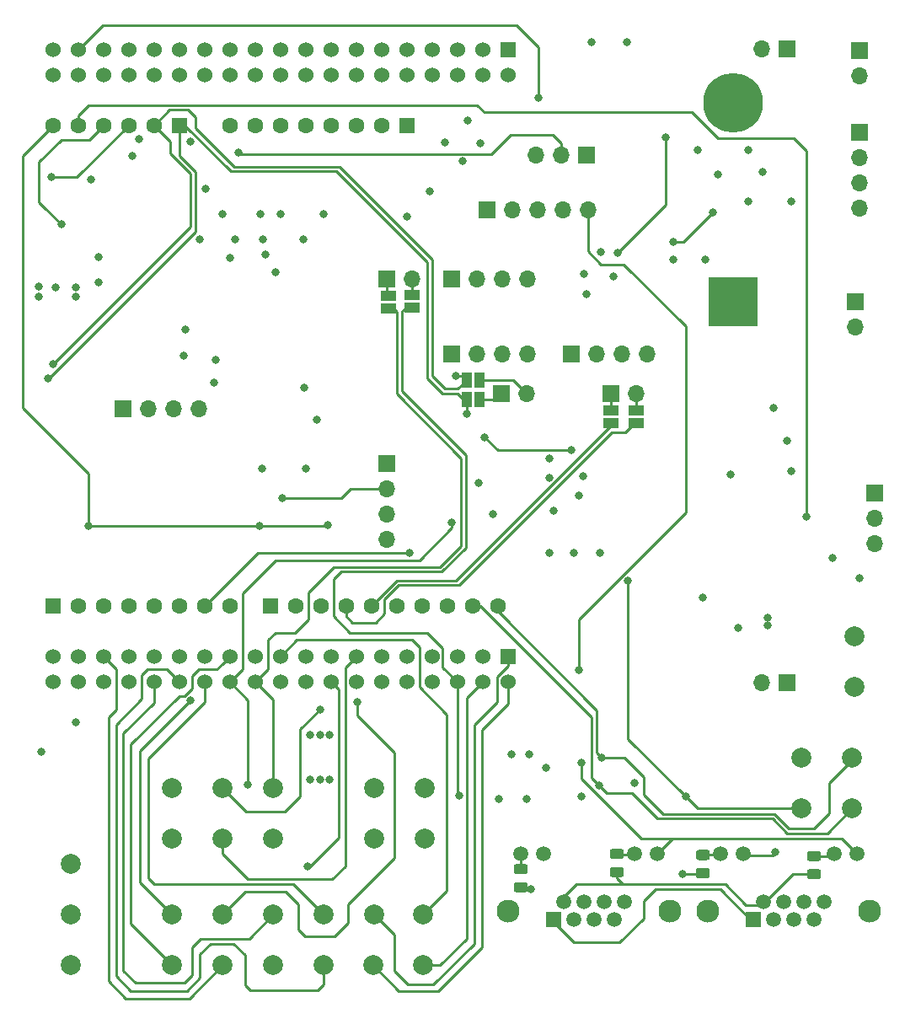
<source format=gbr>
%TF.GenerationSoftware,KiCad,Pcbnew,5.1.7-a382d34a8~88~ubuntu20.04.1*%
%TF.CreationDate,2021-04-08T15:18:28+02:00*%
%TF.ProjectId,Shield_Nucleo,53686965-6c64-45f4-9e75-636c656f2e6b,rev?*%
%TF.SameCoordinates,Original*%
%TF.FileFunction,Copper,L1,Top*%
%TF.FilePolarity,Positive*%
%FSLAX46Y46*%
G04 Gerber Fmt 4.6, Leading zero omitted, Abs format (unit mm)*
G04 Created by KiCad (PCBNEW 5.1.7-a382d34a8~88~ubuntu20.04.1) date 2021-04-08 15:18:28*
%MOMM*%
%LPD*%
G01*
G04 APERTURE LIST*
%TA.AperFunction,SMDPad,CuDef*%
%ADD10R,1.500000X1.000000*%
%TD*%
%TA.AperFunction,SMDPad,CuDef*%
%ADD11R,1.000000X1.500000*%
%TD*%
%TA.AperFunction,ComponentPad*%
%ADD12C,2.000000*%
%TD*%
%TA.AperFunction,ComponentPad*%
%ADD13C,1.500000*%
%TD*%
%TA.AperFunction,ComponentPad*%
%ADD14C,2.300000*%
%TD*%
%TA.AperFunction,ComponentPad*%
%ADD15R,1.500000X1.500000*%
%TD*%
%TA.AperFunction,ComponentPad*%
%ADD16O,1.700000X1.700000*%
%TD*%
%TA.AperFunction,ComponentPad*%
%ADD17R,1.700000X1.700000*%
%TD*%
%TA.AperFunction,ComponentPad*%
%ADD18R,1.605000X1.605000*%
%TD*%
%TA.AperFunction,ComponentPad*%
%ADD19C,1.605000*%
%TD*%
%TA.AperFunction,ComponentPad*%
%ADD20C,1.530000*%
%TD*%
%TA.AperFunction,ComponentPad*%
%ADD21R,1.530000X1.530000*%
%TD*%
%TA.AperFunction,ComponentPad*%
%ADD22C,6.000000*%
%TD*%
%TA.AperFunction,ComponentPad*%
%ADD23R,5.000000X5.000000*%
%TD*%
%TA.AperFunction,ViaPad*%
%ADD24C,0.800000*%
%TD*%
%TA.AperFunction,Conductor*%
%ADD25C,0.250000*%
%TD*%
G04 APERTURE END LIST*
D10*
%TO.P,JP8,1*%
%TO.N,/V_high_N*%
X77600000Y-55950000D03*
%TO.P,JP8,2*%
%TO.N,/V_high_raw_N*%
X77600000Y-54650000D03*
%TD*%
%TO.P,JP7,1*%
%TO.N,/V_high_P*%
X80000000Y-55900000D03*
%TO.P,JP7,2*%
%TO.N,/V_high_raw_P*%
X80000000Y-54600000D03*
%TD*%
%TO.P,JP6,1*%
%TO.N,/V2_low_N*%
X102500000Y-67450000D03*
%TO.P,JP6,2*%
%TO.N,/V2_low_raw_N*%
X102500000Y-66150000D03*
%TD*%
%TO.P,JP5,1*%
%TO.N,/V2_low_P*%
X100000000Y-67450000D03*
%TO.P,JP5,2*%
%TO.N,/V2_low_raw_P*%
X100000000Y-66150000D03*
%TD*%
D11*
%TO.P,JP4,1*%
%TO.N,/V1_low_N*%
X85500000Y-63100000D03*
%TO.P,JP4,2*%
%TO.N,/V1_low_raw_N*%
X86800000Y-63100000D03*
%TD*%
%TO.P,JP3,1*%
%TO.N,/V1_low_P*%
X85500000Y-65100000D03*
%TO.P,JP3,2*%
%TO.N,/V1_low_raw_P*%
X86800000Y-65100000D03*
%TD*%
D12*
%TO.P,TP33,1*%
%TO.N,/GND_CAN*%
X124460000Y-88900000D03*
%TD*%
%TO.P,TP32,1*%
%TO.N,/V_BUS_CAN*%
X124460000Y-93980000D03*
%TD*%
%TO.P,TP30,1*%
%TO.N,/Temp*%
X81280000Y-109220000D03*
%TD*%
%TO.P,TP29,1*%
%TO.N,/I_high*%
X76200000Y-109220000D03*
%TD*%
%TO.P,TP28,1*%
%TO.N,/I2_low*%
X81280000Y-104140000D03*
%TD*%
%TO.P,TP27,1*%
%TO.N,/I1_low*%
X76200000Y-104140000D03*
%TD*%
%TO.P,TP26,1*%
%TO.N,/V_high_N*%
X66040000Y-104140000D03*
%TD*%
%TO.P,TP25,1*%
%TO.N,/V_high_P*%
X66040000Y-109220000D03*
%TD*%
%TO.P,TP24,1*%
%TO.N,/V2_low_N*%
X60960000Y-104140000D03*
%TD*%
%TO.P,TP23,1*%
%TO.N,/V2_low_P*%
X60960000Y-109220000D03*
%TD*%
%TO.P,TP22,1*%
%TO.N,/V1_low_N*%
X55880000Y-104140000D03*
%TD*%
%TO.P,TP21,1*%
%TO.N,/V1_low_P*%
X55880000Y-109220000D03*
%TD*%
%TO.P,TP20,1*%
%TO.N,/HRTIM1_CHE2*%
X76200000Y-116840000D03*
%TD*%
%TO.P,TP19,1*%
%TO.N,/HRTIM1_CHE1*%
X76080000Y-121920000D03*
%TD*%
%TO.P,TP18,1*%
%TO.N,/HRTIM1_CHF2*%
X81080000Y-116840000D03*
%TD*%
%TO.P,TP17,1*%
%TO.N,/HRTIM1_CHF1*%
X81080000Y-121920000D03*
%TD*%
%TO.P,TP15,1*%
%TO.N,/CAN1_STB*%
X119126000Y-106172000D03*
%TD*%
%TO.P,TP14,1*%
%TO.N,/FDCAN1_RX*%
X124206000Y-101092000D03*
%TD*%
%TO.P,TP13,1*%
%TO.N,/FDCAN1_TX*%
X124206000Y-106172000D03*
%TD*%
%TO.P,TP12,1*%
%TO.N,GNDD*%
X45720000Y-121920000D03*
%TD*%
%TO.P,TP11,1*%
%TO.N,/HRTIM1_CHD2*%
X71120000Y-116840000D03*
%TD*%
%TO.P,TP10,1*%
%TO.N,/HRTIM1_CHD1*%
X71120000Y-121920000D03*
%TD*%
%TO.P,TP9,1*%
%TO.N,/HRTIM1_CHC2*%
X66040000Y-116840000D03*
%TD*%
%TO.P,TP8,1*%
%TO.N,/HRTIM1_CHC1*%
X66040000Y-121920000D03*
%TD*%
%TO.P,TP7,1*%
%TO.N,/HRTIM1_CHB2*%
X60960000Y-116840000D03*
%TD*%
%TO.P,TP6,1*%
%TO.N,/HRTIM1_CHB1*%
X60960000Y-121920000D03*
%TD*%
%TO.P,TP5,1*%
%TO.N,/HRTIM1_CHA2*%
X55880000Y-116840000D03*
%TD*%
%TO.P,TP4,1*%
%TO.N,/HRTIM1_CHA1*%
X55880000Y-121920000D03*
%TD*%
%TO.P,TP3,1*%
%TO.N,+BATT*%
X45720000Y-116840000D03*
%TD*%
%TO.P,TP2,1*%
%TO.N,+3V3*%
X45720000Y-111760000D03*
%TD*%
%TO.P,TP1,1*%
%TO.N,GNDD*%
X119126000Y-101092000D03*
%TD*%
%TO.P,R13,2*%
%TO.N,Net-(J3-Pad9)*%
%TA.AperFunction,SMDPad,CuDef*%
G36*
G01*
X109670001Y-111360000D02*
X108769999Y-111360000D01*
G75*
G02*
X108520000Y-111110001I0J249999D01*
G01*
X108520000Y-110584999D01*
G75*
G02*
X108769999Y-110335000I249999J0D01*
G01*
X109670001Y-110335000D01*
G75*
G02*
X109920000Y-110584999I0J-249999D01*
G01*
X109920000Y-111110001D01*
G75*
G02*
X109670001Y-111360000I-249999J0D01*
G01*
G37*
%TD.AperFunction*%
%TO.P,R13,1*%
%TO.N,/GND_CAN*%
%TA.AperFunction,SMDPad,CuDef*%
G36*
G01*
X109670001Y-113185000D02*
X108769999Y-113185000D01*
G75*
G02*
X108520000Y-112935001I0J249999D01*
G01*
X108520000Y-112409999D01*
G75*
G02*
X108769999Y-112160000I249999J0D01*
G01*
X109670001Y-112160000D01*
G75*
G02*
X109920000Y-112409999I0J-249999D01*
G01*
X109920000Y-112935001D01*
G75*
G02*
X109670001Y-113185000I-249999J0D01*
G01*
G37*
%TD.AperFunction*%
%TD*%
%TO.P,R12,2*%
%TO.N,Net-(J3-Pad11)*%
%TA.AperFunction,SMDPad,CuDef*%
G36*
G01*
X120846001Y-111463500D02*
X119945999Y-111463500D01*
G75*
G02*
X119696000Y-111213501I0J249999D01*
G01*
X119696000Y-110688499D01*
G75*
G02*
X119945999Y-110438500I249999J0D01*
G01*
X120846001Y-110438500D01*
G75*
G02*
X121096000Y-110688499I0J-249999D01*
G01*
X121096000Y-111213501D01*
G75*
G02*
X120846001Y-111463500I-249999J0D01*
G01*
G37*
%TD.AperFunction*%
%TO.P,R12,1*%
%TO.N,/CAN_L*%
%TA.AperFunction,SMDPad,CuDef*%
G36*
G01*
X120846001Y-113288500D02*
X119945999Y-113288500D01*
G75*
G02*
X119696000Y-113038501I0J249999D01*
G01*
X119696000Y-112513499D01*
G75*
G02*
X119945999Y-112263500I249999J0D01*
G01*
X120846001Y-112263500D01*
G75*
G02*
X121096000Y-112513499I0J-249999D01*
G01*
X121096000Y-113038501D01*
G75*
G02*
X120846001Y-113288500I-249999J0D01*
G01*
G37*
%TD.AperFunction*%
%TD*%
%TO.P,R11,2*%
%TO.N,Net-(J2-Pad9)*%
%TA.AperFunction,SMDPad,CuDef*%
G36*
G01*
X91382001Y-112780500D02*
X90481999Y-112780500D01*
G75*
G02*
X90232000Y-112530501I0J249999D01*
G01*
X90232000Y-112005499D01*
G75*
G02*
X90481999Y-111755500I249999J0D01*
G01*
X91382001Y-111755500D01*
G75*
G02*
X91632000Y-112005499I0J-249999D01*
G01*
X91632000Y-112530501D01*
G75*
G02*
X91382001Y-112780500I-249999J0D01*
G01*
G37*
%TD.AperFunction*%
%TO.P,R11,1*%
%TO.N,/GND_CAN*%
%TA.AperFunction,SMDPad,CuDef*%
G36*
G01*
X91382001Y-114605500D02*
X90481999Y-114605500D01*
G75*
G02*
X90232000Y-114355501I0J249999D01*
G01*
X90232000Y-113830499D01*
G75*
G02*
X90481999Y-113580500I249999J0D01*
G01*
X91382001Y-113580500D01*
G75*
G02*
X91632000Y-113830499I0J-249999D01*
G01*
X91632000Y-114355501D01*
G75*
G02*
X91382001Y-114605500I-249999J0D01*
G01*
G37*
%TD.AperFunction*%
%TD*%
%TO.P,R10,2*%
%TO.N,Net-(J2-Pad11)*%
%TA.AperFunction,SMDPad,CuDef*%
G36*
G01*
X101034001Y-111256500D02*
X100133999Y-111256500D01*
G75*
G02*
X99884000Y-111006501I0J249999D01*
G01*
X99884000Y-110481499D01*
G75*
G02*
X100133999Y-110231500I249999J0D01*
G01*
X101034001Y-110231500D01*
G75*
G02*
X101284000Y-110481499I0J-249999D01*
G01*
X101284000Y-111006501D01*
G75*
G02*
X101034001Y-111256500I-249999J0D01*
G01*
G37*
%TD.AperFunction*%
%TO.P,R10,1*%
%TO.N,/CAN_L*%
%TA.AperFunction,SMDPad,CuDef*%
G36*
G01*
X101034001Y-113081500D02*
X100133999Y-113081500D01*
G75*
G02*
X99884000Y-112831501I0J249999D01*
G01*
X99884000Y-112306499D01*
G75*
G02*
X100133999Y-112056500I249999J0D01*
G01*
X101034001Y-112056500D01*
G75*
G02*
X101284000Y-112306499I0J-249999D01*
G01*
X101284000Y-112831501D01*
G75*
G02*
X101034001Y-113081500I-249999J0D01*
G01*
G37*
%TD.AperFunction*%
%TD*%
D13*
%TO.P,J3,12*%
%TO.N,+3V3*%
X124720000Y-110744000D03*
%TO.P,J3,11*%
%TO.N,Net-(J3-Pad11)*%
X122430000Y-110744000D03*
%TO.P,J3,10*%
%TO.N,/PWR_CAN2*%
X113290000Y-110744000D03*
%TO.P,J3,9*%
%TO.N,Net-(J3-Pad9)*%
X111000000Y-110744000D03*
D14*
%TO.P,J3,SH*%
%TO.N,GNDD*%
X109730000Y-116454000D03*
X125990000Y-116454000D03*
D13*
%TO.P,J3,8*%
%TO.N,Net-(J3-Pad8)*%
X121412000Y-115564000D03*
%TO.P,J3,6*%
%TO.N,Net-(J3-Pad6)*%
X119380000Y-115564000D03*
%TO.P,J3,4*%
%TO.N,/PWR_CAN2*%
X117348000Y-115564000D03*
%TO.P,J3,2*%
%TO.N,/CAN_L*%
X115316000Y-115564000D03*
%TO.P,J3,7*%
%TO.N,/GND_CAN*%
X120396000Y-117344000D03*
%TO.P,J3,5*%
%TO.N,/PWR_CAN2*%
X118364000Y-117344000D03*
%TO.P,J3,3*%
%TO.N,/GND_CAN*%
X116332000Y-117344000D03*
D15*
%TO.P,J3,1*%
%TO.N,/CAN_H*%
X114300000Y-117344000D03*
%TD*%
D13*
%TO.P,J2,12*%
%TO.N,+3V3*%
X104650000Y-110748000D03*
%TO.P,J2,11*%
%TO.N,Net-(J2-Pad11)*%
X102360000Y-110748000D03*
%TO.P,J2,10*%
%TO.N,/PWR_CAN1*%
X93220000Y-110748000D03*
%TO.P,J2,9*%
%TO.N,Net-(J2-Pad9)*%
X90930000Y-110748000D03*
D14*
%TO.P,J2,SH*%
%TO.N,GNDD*%
X89660000Y-116458000D03*
X105920000Y-116458000D03*
D13*
%TO.P,J2,8*%
%TO.N,Net-(J2-Pad8)*%
X101342000Y-115568000D03*
%TO.P,J2,6*%
%TO.N,Net-(J2-Pad6)*%
X99310000Y-115568000D03*
%TO.P,J2,4*%
%TO.N,/PWR_CAN1*%
X97278000Y-115568000D03*
%TO.P,J2,2*%
%TO.N,/CAN_L*%
X95246000Y-115568000D03*
%TO.P,J2,7*%
%TO.N,/GND_CAN*%
X100326000Y-117348000D03*
%TO.P,J2,5*%
%TO.N,/PWR_CAN1*%
X98294000Y-117348000D03*
%TO.P,J2,3*%
%TO.N,/GND_CAN*%
X96262000Y-117348000D03*
D15*
%TO.P,J2,1*%
%TO.N,/CAN_H*%
X94230000Y-117348000D03*
%TD*%
D16*
%TO.P,U1,2*%
%TO.N,N/C*%
X115102000Y-93520000D03*
D17*
%TO.P,U1,1*%
X117642000Y-93520000D03*
X117642000Y-29893000D03*
D16*
%TO.P,U1,2*%
X115102000Y-29893000D03*
D18*
%TO.P,U1,CN7_10*%
X79460000Y-37580000D03*
D19*
%TO.P,U1,CN7_20*%
%TO.N,GNDD*%
X66760000Y-37580000D03*
%TO.P,U1,CN7_22*%
X64220000Y-37580000D03*
%TO.P,U1,CN7_24*%
%TO.N,Net-(U1-PadCN7_24)*%
X61680000Y-37580000D03*
D18*
%TO.P,U1,CN10_37*%
%TO.N,Net-(U1-PadCN10_37)*%
X43900000Y-85840000D03*
D19*
%TO.P,U1,CN10_35*%
%TO.N,Net-(U1-PadCN10_35)*%
X46440000Y-85840000D03*
%TO.P,U1,CN10_33*%
%TO.N,/HRTIM1_CHB1*%
X48980000Y-85840000D03*
%TO.P,U1,CN10_31*%
%TO.N,Net-(U1-PadCN10_31)*%
X51520000Y-85840000D03*
%TO.P,U1,CN10_29*%
%TO.N,/SPI3_MOSI*%
X54060000Y-85840000D03*
%TO.P,U1,CN10_27*%
%TO.N,/SPI3_MISO*%
X56600000Y-85840000D03*
%TO.P,U1,CN10_25*%
%TO.N,/CAN1_STB*%
X59140000Y-85840000D03*
%TO.P,U1,CN7_12*%
%TO.N,Net-(U1-PadCN7_12)*%
X76920000Y-37580000D03*
%TO.P,U1,CN7_14*%
%TO.N,Net-(U1-PadCN7_14)*%
X74380000Y-37580000D03*
%TO.P,U1,CN7_16*%
%TO.N,+3V3*%
X71840000Y-37580000D03*
%TO.P,U1,CN7_18*%
%TO.N,Net-(U1-PadCN7_18)*%
X69300000Y-37580000D03*
%TO.P,U1,CN10_23*%
%TO.N,/HRTIM1_CHA1*%
X61680000Y-85840000D03*
D18*
%TO.P,U1,CN7_28*%
%TO.N,/V1_low_P*%
X56600000Y-37580000D03*
D19*
%TO.P,U1,CN7_30*%
%TO.N,/V1_low_N*%
X54060000Y-37580000D03*
%TO.P,U1,CN7_32*%
%TO.N,/SPI3_CS*%
X51520000Y-37580000D03*
%TO.P,U1,CN7_34*%
%TO.N,/EEPROM_HOLD*%
X48980000Y-37580000D03*
%TO.P,U1,CN10_13*%
%TO.N,/V2_low_P*%
X75900000Y-85840000D03*
%TO.P,U1,CN10_11*%
%TO.N,Net-(U1-PadCN10_11)*%
X78440000Y-85840000D03*
%TO.P,U1,CN10_9*%
%TO.N,GNDD*%
X80980000Y-85840000D03*
%TO.P,U1,CN10_7*%
%TO.N,Net-(U1-PadCN10_7)*%
X83520000Y-85840000D03*
%TO.P,U1,CN10_5*%
%TO.N,/FDCAN1_TX*%
X86060000Y-85840000D03*
%TO.P,U1,CN10_3*%
%TO.N,/FDCAN1_RX*%
X88600000Y-85840000D03*
%TO.P,U1,CN7_36*%
%TO.N,/I2_low*%
X46440000Y-37580000D03*
%TO.P,U1,CN7_38*%
%TO.N,/I1_low*%
X43900000Y-37580000D03*
D18*
%TO.P,U1,CN10_21*%
%TO.N,/HRTIM1_CHA2*%
X65740000Y-85840000D03*
D19*
%TO.P,U1,CN10_19*%
%TO.N,/HRTIM1_CHF2*%
X68280000Y-85840000D03*
%TO.P,U1,CN10_17*%
%TO.N,/USART1_TX*%
X70820000Y-85840000D03*
%TO.P,U1,CN10_15*%
%TO.N,/V2_low_N*%
X73360000Y-85840000D03*
D20*
%TO.P,U1,CN10_38*%
%TO.N,N/C*%
X43900000Y-93460000D03*
%TO.P,U1,CN10_36*%
X46440000Y-93460000D03*
%TO.P,U1,CN10_35*%
%TO.N,Net-(U1-PadCN10_35)*%
X46440000Y-90920000D03*
%TO.P,U1,CN10_34*%
%TO.N,/SPI3_CS2*%
X48980000Y-93460000D03*
%TO.P,U1,CN10_33*%
%TO.N,/HRTIM1_CHB1*%
X48980000Y-90920000D03*
%TO.P,U1,CN10_32*%
%TO.N,GNDD*%
X51520000Y-93460000D03*
%TO.P,U1,CN10_31*%
%TO.N,Net-(U1-PadCN10_31)*%
X51520000Y-90920000D03*
%TO.P,U1,CN10_30*%
%TO.N,/HRTIM1_CHC2*%
X54060000Y-93460000D03*
%TO.P,U1,CN10_29*%
%TO.N,/SPI3_MOSI*%
X54060000Y-90920000D03*
%TO.P,U1,CN10_28*%
%TO.N,/HRTIM1_CHD1*%
X56600000Y-93460000D03*
%TO.P,U1,CN10_27*%
%TO.N,/SPI3_MISO*%
X56600000Y-90920000D03*
%TO.P,U1,CN10_26*%
%TO.N,/HRTIM1_CHD2*%
X59140000Y-93460000D03*
%TO.P,U1,CN10_25*%
%TO.N,/CAN1_STB*%
X59140000Y-90920000D03*
%TO.P,U1,CN10_24*%
%TO.N,/Temp*%
X61680000Y-93460000D03*
%TO.P,U1,CN10_23*%
%TO.N,/HRTIM1_CHA1*%
X61680000Y-90920000D03*
%TO.P,U1,CN10_22*%
%TO.N,/V_high_N*%
X64220000Y-93460000D03*
%TO.P,U1,CN10_21*%
%TO.N,/HRTIM1_CHA2*%
X64220000Y-90920000D03*
%TO.P,U1,CN10_20*%
%TO.N,GNDD*%
X66760000Y-93460000D03*
%TO.P,U1,CN10_19*%
%TO.N,/HRTIM1_CHF2*%
X66760000Y-90920000D03*
%TO.P,U1,CN10_18*%
%TO.N,/N_GND*%
X69300000Y-93460000D03*
%TO.P,U1,CN10_17*%
%TO.N,/USART1_TX*%
X69300000Y-90920000D03*
%TO.P,U1,CN10_16*%
%TO.N,/HRTIM1_CHC1*%
X71840000Y-93460000D03*
%TO.P,U1,CN10_15*%
%TO.N,/V2_low_N*%
X71840000Y-90920000D03*
%TO.P,U1,CN10_14*%
%TO.N,/HRTIM1_CHB2*%
X74380000Y-93460000D03*
%TO.P,U1,CN10_13*%
%TO.N,/V2_low_P*%
X74380000Y-90920000D03*
%TO.P,U1,CN10_12*%
%TO.N,/HRTIM1_FLT1*%
X76920000Y-93460000D03*
%TO.P,U1,CN10_11*%
%TO.N,Net-(U1-PadCN10_11)*%
X76920000Y-90920000D03*
%TO.P,U1,CN10_10*%
%TO.N,N/C*%
X79460000Y-93460000D03*
%TO.P,U1,CN10_9*%
%TO.N,GNDD*%
X79460000Y-90920000D03*
%TO.P,U1,CN10_8*%
%TO.N,Net-(U1-PadCN10_8)*%
X82000000Y-93460000D03*
%TO.P,U1,CN10_7*%
%TO.N,Net-(U1-PadCN10_7)*%
X82000000Y-90920000D03*
%TO.P,U1,CN10_6*%
%TO.N,/V_high_P*%
X84540000Y-93460000D03*
%TO.P,U1,CN10_5*%
%TO.N,/FDCAN1_TX*%
X84540000Y-90920000D03*
%TO.P,U1,CN10_4*%
%TO.N,/HRTIM1_CHF1*%
X87080000Y-93460000D03*
%TO.P,U1,CN10_3*%
%TO.N,/FDCAN1_RX*%
X87080000Y-90920000D03*
%TO.P,U1,CN10_2*%
%TO.N,/HRTIM1_CHE1*%
X89620000Y-93460000D03*
%TO.P,U1,CN10_37*%
%TO.N,Net-(U1-PadCN10_37)*%
X43900000Y-90920000D03*
D21*
%TO.P,U1,CN10_1*%
%TO.N,/HRTIM1_CHE2*%
X89620000Y-90920000D03*
D20*
%TO.P,U1,CN7_38*%
%TO.N,/I1_low*%
X43900000Y-32500000D03*
%TO.P,U1,CN7_36*%
%TO.N,/I2_low*%
X46440000Y-32500000D03*
%TO.P,U1,CN7_35*%
%TO.N,/I_high*%
X46440000Y-29960000D03*
%TO.P,U1,CN7_34*%
%TO.N,/EEPROM_HOLD*%
X48980000Y-32500000D03*
%TO.P,U1,CN7_33*%
%TO.N,+BATT*%
X48980000Y-29960000D03*
%TO.P,U1,CN7_32*%
%TO.N,/SPI3_CS*%
X51520000Y-32500000D03*
%TO.P,U1,CN7_31*%
%TO.N,Net-(U1-PadCN7_31)*%
X51520000Y-29960000D03*
%TO.P,U1,CN7_30*%
%TO.N,/V1_low_N*%
X54060000Y-32500000D03*
%TO.P,U1,CN7_29*%
%TO.N,Net-(U1-PadCN7_29)*%
X54060000Y-29960000D03*
%TO.P,U1,CN7_28*%
%TO.N,/V1_low_P*%
X56600000Y-32500000D03*
%TO.P,U1,CN7_27*%
%TO.N,Net-(U1-PadCN7_27)*%
X56600000Y-29960000D03*
%TO.P,U1,CN7_26*%
%TO.N,N/C*%
X59140000Y-32500000D03*
%TO.P,U1,CN7_25*%
%TO.N,Net-(U1-PadCN7_25)*%
X59140000Y-29960000D03*
%TO.P,U1,CN7_24*%
%TO.N,Net-(U1-PadCN7_24)*%
X61680000Y-32500000D03*
%TO.P,U1,CN7_23*%
%TO.N,Net-(U1-PadCN7_23)*%
X61680000Y-29960000D03*
%TO.P,U1,CN7_22*%
%TO.N,GNDD*%
X64220000Y-32500000D03*
%TO.P,U1,CN7_21*%
%TO.N,/USART1_RX*%
X64220000Y-29960000D03*
%TO.P,U1,CN7_20*%
%TO.N,GNDD*%
X66760000Y-32500000D03*
%TO.P,U1,CN7_19*%
X66760000Y-29960000D03*
%TO.P,U1,CN7_18*%
%TO.N,Net-(U1-PadCN7_18)*%
X69300000Y-32500000D03*
%TO.P,U1,CN7_17*%
%TO.N,/HRTIM1_FLT2*%
X69300000Y-29960000D03*
%TO.P,U1,CN7_16*%
%TO.N,+3V3*%
X71840000Y-32500000D03*
%TO.P,U1,CN7_15*%
%TO.N,Net-(U1-PadCN7_15)*%
X71840000Y-29960000D03*
%TO.P,U1,CN7_14*%
%TO.N,Net-(U1-PadCN7_14)*%
X74380000Y-32500000D03*
%TO.P,U1,CN7_13*%
%TO.N,Net-(U1-PadCN7_13)*%
X74380000Y-29960000D03*
%TO.P,U1,CN7_12*%
%TO.N,Net-(U1-PadCN7_12)*%
X76920000Y-32500000D03*
%TO.P,U1,CN7_11*%
%TO.N,N/C*%
X76920000Y-29960000D03*
%TO.P,U1,CN7_10*%
X79460000Y-32500000D03*
%TO.P,U1,CN7_9*%
X79460000Y-29960000D03*
%TO.P,U1,CN7_8*%
%TO.N,GNDD*%
X82000000Y-32500000D03*
%TO.P,U1,CN7_7*%
%TO.N,Net-(U1-PadCN7_7)*%
X82000000Y-29960000D03*
%TO.P,U1,CN7_6*%
%TO.N,/E5V*%
X84540000Y-32500000D03*
%TO.P,U1,CN7_5*%
%TO.N,Net-(U1-PadCN7_5)*%
X84540000Y-29960000D03*
%TO.P,U1,CN7_4*%
%TO.N,Net-(U1-PadCN7_4)*%
X87080000Y-32500000D03*
%TO.P,U1,CN7_3*%
%TO.N,/HRTIM_EEV2*%
X87080000Y-29960000D03*
%TO.P,U1,CN7_2*%
%TO.N,/HRTIM_EEV1*%
X89620000Y-32500000D03*
%TO.P,U1,CN7_37*%
%TO.N,/EEPROM_WP*%
X43900000Y-29960000D03*
D21*
%TO.P,U1,CN7_1*%
%TO.N,/SPI3_SCK*%
X89620000Y-29960000D03*
%TD*%
D16*
%TO.P,J5,4*%
%TO.N,/SPI3_CS2*%
X125000000Y-45870000D03*
%TO.P,J5,3*%
%TO.N,/SPI3_SCK*%
X125000000Y-43330000D03*
%TO.P,J5,2*%
%TO.N,/SPI3_MOSI*%
X125000000Y-40790000D03*
D17*
%TO.P,J5,1*%
%TO.N,/SPI3_MISO*%
X125000000Y-38250000D03*
%TD*%
D16*
%TO.P,J4,2*%
%TO.N,/USART1_RX*%
X125000000Y-32540000D03*
D17*
%TO.P,J4,1*%
%TO.N,/USART1_TX*%
X125000000Y-30000000D03*
%TD*%
D16*
%TO.P,JP2,2*%
%TO.N,+BATT*%
X124500000Y-57790000D03*
D17*
%TO.P,JP2,1*%
%TO.N,Net-(BT1-Pad1)*%
X124500000Y-55250000D03*
%TD*%
D22*
%TO.P,BT1,2*%
%TO.N,GNDD*%
X112250000Y-35250000D03*
D23*
%TO.P,BT1,1*%
%TO.N,Net-(BT1-Pad1)*%
X112250000Y-55250000D03*
%TD*%
D17*
%TO.P,J1,0*%
%TO.N,N/C*%
X126500000Y-74500000D03*
D16*
%TO.P,J1,16*%
%TO.N,GNDD*%
X77500000Y-79120000D03*
D17*
%TO.P,J1,0*%
%TO.N,N/C*%
X77500000Y-71500000D03*
D16*
%TO.P,J1,11*%
%TO.N,/I_high_raw*%
X94960000Y-40500000D03*
%TO.P,J1,16*%
%TO.N,GNDD*%
X126500000Y-79580000D03*
%TO.P,J1,10*%
%TO.N,/I2_low_raw*%
X126500000Y-77040000D03*
%TO.P,J1,12*%
%TO.N,Net-(J1-Pad12)*%
X77500000Y-76580000D03*
%TO.P,J1,9*%
%TO.N,/I1_low_raw*%
X77500000Y-74040000D03*
%TO.P,J1,16*%
%TO.N,GNDD*%
X92420000Y-40500000D03*
D17*
%TO.P,J1,0*%
%TO.N,N/C*%
X97500000Y-40500000D03*
D16*
%TO.P,J1,23*%
%TO.N,/HRTIM1_CHB2*%
X92580000Y-46000000D03*
D17*
%TO.P,J1,14*%
%TO.N,GNDD*%
X51000000Y-66000000D03*
D16*
%TO.P,J1,15*%
%TO.N,/E5V*%
X58620000Y-66000000D03*
%TO.P,J1,20*%
%TO.N,/HRTIM1_CHA1*%
X56080000Y-66000000D03*
%TO.P,J1,21*%
%TO.N,/HRTIM1_CHA2*%
X53540000Y-66000000D03*
%TO.P,J1,22*%
%TO.N,/HRTIM1_CHB1*%
X95120000Y-46000000D03*
D17*
%TO.P,J1,15*%
%TO.N,/E5V*%
X87500000Y-46000000D03*
D16*
%TO.P,J1,30*%
%TO.N,/N_GND*%
X97660000Y-46000000D03*
%TO.P,J1,14*%
%TO.N,GNDD*%
X90040000Y-46000000D03*
%TO.P,J1,4*%
%TO.N,/V1_low_raw_N*%
X91540000Y-64500000D03*
D17*
%TO.P,J1,3*%
%TO.N,/V1_low_raw_P*%
X89000000Y-64500000D03*
D16*
%TO.P,J1,6*%
%TO.N,/V2_low_raw_N*%
X102540000Y-64500000D03*
D17*
%TO.P,J1,5*%
%TO.N,/V2_low_raw_P*%
X100000000Y-64500000D03*
%TO.P,J1,8*%
%TO.N,/V_high_raw_N*%
X77500000Y-53000000D03*
D16*
%TO.P,J1,7*%
%TO.N,/V_high_raw_P*%
X80040000Y-53000000D03*
%TO.P,J1,0*%
%TO.N,N/C*%
X86540000Y-60500000D03*
D17*
X84000000Y-60500000D03*
D16*
X89080000Y-60500000D03*
X91620000Y-60500000D03*
X89080000Y-53000000D03*
%TO.P,J1,14*%
%TO.N,GNDD*%
X86540000Y-53000000D03*
%TO.P,J1,0*%
%TO.N,N/C*%
X91620000Y-53000000D03*
D17*
%TO.P,J1,14*%
%TO.N,GNDD*%
X84000000Y-53000000D03*
D16*
%TO.P,J1,15*%
%TO.N,/E5V*%
X101080000Y-60500000D03*
X103620000Y-60500000D03*
D17*
%TO.P,J1,14*%
%TO.N,GNDD*%
X96000000Y-60500000D03*
D16*
X98540000Y-60500000D03*
%TD*%
D24*
%TO.N,GNDD*%
X57700000Y-39200000D03*
X93800000Y-71000000D03*
X93800000Y-73000000D03*
X58674000Y-49022000D03*
X46264990Y-53848000D03*
X115750000Y-87750000D03*
X97000000Y-105000000D03*
X65024000Y-49022000D03*
X79502000Y-46736000D03*
X81788000Y-44196000D03*
X69750000Y-98750000D03*
X70750000Y-98750000D03*
X71750000Y-98750000D03*
X69750000Y-103250000D03*
X70750000Y-103250000D03*
X71750000Y-103250000D03*
X113792000Y-45212000D03*
X118110000Y-45212000D03*
X106250000Y-51000000D03*
X109500000Y-51000000D03*
X109250000Y-85000000D03*
X112750000Y-88000000D03*
X48514000Y-53340000D03*
X48514000Y-50800000D03*
X46250000Y-54750000D03*
X42500000Y-54750000D03*
X42500000Y-53750000D03*
X115750000Y-87000000D03*
X47750000Y-43000000D03*
X113750000Y-40000000D03*
X108750000Y-40000000D03*
X110750000Y-42500000D03*
X115250000Y-42250000D03*
X83312000Y-39250000D03*
X85598000Y-37084000D03*
X86868000Y-39370000D03*
X85090000Y-41148000D03*
X69088000Y-49022000D03*
X66802000Y-46482000D03*
X91750000Y-100750000D03*
X90000000Y-100750000D03*
X88750000Y-105250000D03*
X91500000Y-105250000D03*
X46250000Y-97500000D03*
X42750000Y-100500000D03*
X122250000Y-81000000D03*
X125000000Y-83000000D03*
X97250000Y-52500000D03*
X99000000Y-50250000D03*
X97500000Y-54500000D03*
X100250000Y-52750000D03*
X71120000Y-46482000D03*
X102359000Y-103635000D03*
X64770000Y-46482000D03*
X60960000Y-46482000D03*
X62230000Y-49022000D03*
X98044000Y-29210000D03*
X101600000Y-29210000D03*
X59300000Y-43900000D03*
X52600000Y-38900000D03*
X97200000Y-72800000D03*
X86700000Y-73500000D03*
X117700000Y-69200000D03*
X118100000Y-72300000D03*
X112000000Y-72600000D03*
X69300000Y-72000000D03*
X64900000Y-72000000D03*
X70400000Y-67150000D03*
X61700000Y-50900000D03*
X66300000Y-52300000D03*
X57200000Y-58100000D03*
X60300000Y-61100000D03*
X60100000Y-63400000D03*
X57100000Y-60700000D03*
X98900000Y-80500000D03*
X96300000Y-80500006D03*
X93800000Y-80500000D03*
%TO.N,/HRTIM1_CHB2*%
X74500004Y-95524990D03*
%TO.N,/E5V*%
X65300000Y-50500000D03*
X69200000Y-63900000D03*
X96800000Y-74700000D03*
X88100000Y-76600000D03*
X116300000Y-65900000D03*
X51901669Y-40610889D03*
X94200000Y-76300000D03*
%TO.N,/HRTIM1_CHA2*%
X57711046Y-95314273D03*
%TO.N,/N_GND*%
X96750000Y-92250000D03*
%TO.N,/V1_low_N*%
X43974350Y-61500330D03*
X84400000Y-62700000D03*
%TO.N,/V1_low_P*%
X43433986Y-62992000D03*
X85500000Y-66500000D03*
%TO.N,/V2_low_N*%
X70750000Y-96225010D03*
%TO.N,/V_high_P*%
X84774990Y-104850010D03*
%TO.N,/CAN1_STB*%
X79756000Y-80518016D03*
X107500000Y-105000000D03*
X101700000Y-83300000D03*
%TO.N,/FDCAN1_RX*%
X99060000Y-101092000D03*
%TO.N,/USART1_TX*%
X105500000Y-38750000D03*
X100669423Y-50394104D03*
%TO.N,/Temp*%
X84016000Y-77412000D03*
X63500000Y-103750000D03*
%TO.N,/HRTIM1_CHC1*%
X69500000Y-112000000D03*
%TO.N,/FDCAN1_TX*%
X98806000Y-103886000D03*
%TO.N,/EEPROM_HOLD*%
X44750000Y-47500000D03*
%TO.N,/I1_low*%
X71545010Y-77724000D03*
X47500000Y-77750000D03*
X64650000Y-77750000D03*
%TO.N,/I2_low*%
X119610420Y-76873000D03*
%TO.N,/I_high*%
X92710000Y-34798000D03*
%TO.N,+3V3*%
X44196000Y-53848000D03*
X93472000Y-102108022D03*
X97000000Y-101600000D03*
%TO.N,/GND_CAN*%
X91948000Y-114300000D03*
X107188000Y-112776000D03*
%TO.N,/PWR_CAN2*%
X116500000Y-110576000D03*
%TO.N,/SPI3_CS*%
X43750000Y-42750000D03*
%TO.N,/SPI3_CS2*%
X110250000Y-46250000D03*
X106250020Y-49250000D03*
%TO.N,/I_high_raw*%
X62600000Y-40300000D03*
%TO.N,/I1_low_raw*%
X67000010Y-75000000D03*
%TO.N,/Vref*%
X96000000Y-70200000D03*
X87300000Y-68900000D03*
%TD*%
D25*
%TO.N,/HRTIM1_CHB2*%
X60960000Y-116840000D02*
X63246000Y-114554000D01*
X78250000Y-111113590D02*
X78250000Y-100573002D01*
X63246000Y-114554000D02*
X67310000Y-114554000D01*
X78250000Y-100573002D02*
X74500004Y-96823006D01*
X68580000Y-118330000D02*
X69250000Y-119000000D01*
X74500004Y-96823006D02*
X74500004Y-95524990D01*
X68580000Y-115824000D02*
X68580000Y-118330000D01*
X73549989Y-117700011D02*
X73549989Y-115813600D01*
X67310000Y-114554000D02*
X68580000Y-115824000D01*
X69250000Y-119000000D02*
X72250000Y-119000000D01*
X72250000Y-119000000D02*
X73549989Y-117700011D01*
X73549989Y-115813600D02*
X78250000Y-111113590D01*
%TO.N,/HRTIM1_CHA1*%
X60915001Y-91684999D02*
X61680000Y-90920000D01*
X55880000Y-121920000D02*
X51750000Y-117790000D01*
X56625000Y-94875000D02*
X57125000Y-94875000D01*
X58607000Y-92202000D02*
X60398000Y-92202000D01*
X51750000Y-117790000D02*
X51750000Y-99750000D01*
X51750000Y-99750000D02*
X56625000Y-94875000D01*
X57912000Y-92897000D02*
X58607000Y-92202000D01*
X57912000Y-94088000D02*
X57912000Y-92897000D01*
X57125000Y-94875000D02*
X57912000Y-94088000D01*
X60398000Y-92202000D02*
X60915001Y-91684999D01*
%TO.N,/HRTIM1_CHA2*%
X52635989Y-113595989D02*
X52635989Y-100389330D01*
X52635989Y-100389330D02*
X57711046Y-95314273D01*
X55880000Y-116840000D02*
X52635989Y-113595989D01*
%TO.N,/HRTIM1_CHB1*%
X60960000Y-121920000D02*
X60960000Y-122174000D01*
X50250000Y-92190000D02*
X48980000Y-90920000D01*
X49500000Y-96998000D02*
X50250000Y-96248000D01*
X50250000Y-96248000D02*
X50250000Y-92190000D01*
X49500000Y-123500000D02*
X49500000Y-96998000D01*
X57630000Y-125250000D02*
X51250000Y-125250000D01*
X51250000Y-125250000D02*
X49500000Y-123500000D01*
X60960000Y-121920000D02*
X57630000Y-125250000D01*
%TO.N,/N_GND*%
X96750000Y-91684315D02*
X96750000Y-92250000D01*
X96750000Y-87176996D02*
X96750000Y-91684315D01*
X107500000Y-76426996D02*
X96750000Y-87176996D01*
X107500000Y-57750000D02*
X107500000Y-76426996D01*
X101250000Y-51500000D02*
X107500000Y-57750000D01*
X99000000Y-51500000D02*
X101250000Y-51500000D01*
X97660000Y-50160000D02*
X99000000Y-51500000D01*
X97660000Y-46000000D02*
X97660000Y-50160000D01*
%TO.N,/V1_low_N*%
X55640000Y-36000000D02*
X54060000Y-37580000D01*
X57500000Y-36000000D02*
X55640000Y-36000000D01*
X58250000Y-37850000D02*
X58250000Y-36750000D01*
X72701989Y-41713989D02*
X62113989Y-41713989D01*
X82042000Y-51054000D02*
X72701989Y-41713989D01*
X82042000Y-62738000D02*
X82042000Y-51054000D01*
X58250000Y-36750000D02*
X57500000Y-36000000D01*
X62113989Y-41713989D02*
X58250000Y-37850000D01*
X83312000Y-64008000D02*
X82042000Y-62738000D01*
X84592000Y-64008000D02*
X83312000Y-64008000D01*
X85500000Y-63100000D02*
X84592000Y-64008000D01*
X44374349Y-61100331D02*
X43974350Y-61500330D01*
X57750000Y-42404906D02*
X57750000Y-47724680D01*
X55700000Y-40354906D02*
X57750000Y-42404906D01*
X57750000Y-47724680D02*
X44374349Y-61100331D01*
X55700000Y-39220000D02*
X55700000Y-40354906D01*
X54060000Y-37580000D02*
X55700000Y-39220000D01*
X85100000Y-62700000D02*
X85500000Y-63100000D01*
X84400000Y-62700000D02*
X85100000Y-62700000D01*
%TO.N,/V1_low_P*%
X56600000Y-40600000D02*
X56600000Y-37580000D01*
X58250000Y-42250000D02*
X56600000Y-40600000D01*
X58250000Y-48250000D02*
X58250000Y-42250000D01*
X43433986Y-62992000D02*
X43508000Y-62992000D01*
X43508000Y-62992000D02*
X58250000Y-48250000D01*
X85500000Y-65100000D02*
X85500000Y-66500000D01*
X85200000Y-65100000D02*
X85500000Y-65100000D01*
X83042000Y-64500000D02*
X84600000Y-64500000D01*
X81534000Y-62992000D02*
X83042000Y-64500000D01*
X81534000Y-51308000D02*
X81534000Y-62992000D01*
X72390000Y-42164000D02*
X81534000Y-51308000D01*
X61764000Y-42164000D02*
X72390000Y-42164000D01*
X57180000Y-37580000D02*
X61764000Y-42164000D01*
X84600000Y-64500000D02*
X85200000Y-65100000D01*
X56600000Y-37580000D02*
X57180000Y-37580000D01*
%TO.N,/V2_low_N*%
X73360000Y-86860000D02*
X73360000Y-85840000D01*
X74000000Y-87500000D02*
X73360000Y-86860000D01*
X76329351Y-87500000D02*
X74000000Y-87500000D01*
X77250000Y-86579351D02*
X76329351Y-87500000D01*
X77250000Y-85126410D02*
X77250000Y-86579351D01*
X78626410Y-83750000D02*
X77250000Y-85126410D01*
X84750000Y-83750000D02*
X78626410Y-83750000D01*
X68750000Y-105000000D02*
X68750000Y-98225010D01*
X63320000Y-106500000D02*
X67250000Y-106500000D01*
X68750000Y-98225010D02*
X70750000Y-96225010D01*
X67250000Y-106500000D02*
X68750000Y-105000000D01*
X60960000Y-104140000D02*
X63320000Y-106500000D01*
X102500000Y-67450000D02*
X102350000Y-67450000D01*
X101400000Y-68400000D02*
X100100000Y-68400000D01*
X102350000Y-67450000D02*
X101400000Y-68400000D01*
X100100000Y-68400000D02*
X84750000Y-83750000D01*
%TO.N,/V2_low_P*%
X74500000Y-90800000D02*
X74380000Y-90920000D01*
X78440011Y-83299989D02*
X75900000Y-85840000D01*
X84450011Y-83299989D02*
X78440011Y-83299989D01*
X100000000Y-67750000D02*
X84450011Y-83299989D01*
X73289999Y-92010001D02*
X74380000Y-90920000D01*
X73289999Y-111960001D02*
X73289999Y-92010001D01*
X72000000Y-113250000D02*
X73289999Y-111960001D01*
X63500000Y-113250000D02*
X72000000Y-113250000D01*
X60960000Y-110710000D02*
X63500000Y-113250000D01*
X60960000Y-109220000D02*
X60960000Y-110710000D01*
%TO.N,/V_high_N*%
X66000000Y-95240000D02*
X66000000Y-104100000D01*
X66000000Y-104100000D02*
X66040000Y-104140000D01*
X64220000Y-93460000D02*
X66000000Y-95240000D01*
X65532000Y-92148000D02*
X64220000Y-93460000D01*
X65532000Y-89218000D02*
X65532000Y-92148000D01*
X68250000Y-88500000D02*
X66250000Y-88500000D01*
X84949989Y-79800011D02*
X82802987Y-81947013D01*
X84949989Y-70979989D02*
X84949989Y-79800011D01*
X66250000Y-88500000D02*
X65532000Y-89218000D01*
X78500000Y-64530000D02*
X84949989Y-70979989D01*
X72166576Y-81947013D02*
X69596000Y-84517589D01*
X69596000Y-87154000D02*
X68250000Y-88500000D01*
X77600000Y-55850000D02*
X78050000Y-55850000D01*
X78050000Y-55850000D02*
X78500000Y-56300000D01*
X69596000Y-84517589D02*
X69596000Y-87154000D01*
X82802987Y-81947013D02*
X72166576Y-81947013D01*
X78500000Y-56300000D02*
X78500000Y-64530000D01*
%TO.N,/V_high_P*%
X84540000Y-93460000D02*
X84540000Y-104615020D01*
X84540000Y-104615020D02*
X84774990Y-104850010D01*
X83090001Y-92010001D02*
X84540000Y-93460000D01*
X73750000Y-88500000D02*
X81500000Y-88500000D01*
X72136000Y-86886000D02*
X73750000Y-88500000D01*
X72136000Y-83114000D02*
X72136000Y-86886000D01*
X72852976Y-82397024D02*
X72136000Y-83114000D01*
X82989387Y-82397024D02*
X72852976Y-82397024D01*
X85400000Y-79986411D02*
X82989387Y-82397024D01*
X79000000Y-64268000D02*
X85400000Y-70668000D01*
X79550000Y-55650000D02*
X79000000Y-56200000D01*
X80000000Y-55650000D02*
X79550000Y-55650000D01*
X83090001Y-90090001D02*
X83090001Y-92010001D01*
X79000000Y-56200000D02*
X79000000Y-64268000D01*
X81500000Y-88500000D02*
X83090001Y-90090001D01*
X85400000Y-70668000D02*
X85400000Y-79986411D01*
%TO.N,/HRTIM1_CHD2*%
X68072000Y-113792000D02*
X71120000Y-116840000D01*
X54102000Y-113792000D02*
X68072000Y-113792000D01*
X53500000Y-101128998D02*
X53500000Y-113190000D01*
X59140000Y-95488998D02*
X53500000Y-101128998D01*
X53500000Y-113190000D02*
X54102000Y-113792000D01*
X59140000Y-93460000D02*
X59140000Y-95488998D01*
%TO.N,/HRTIM1_CHF2*%
X68430000Y-89250000D02*
X66760000Y-90920000D01*
X80000000Y-89250000D02*
X68430000Y-89250000D01*
X80750000Y-90000000D02*
X80000000Y-89250000D01*
X80750000Y-94000000D02*
X80750000Y-90000000D01*
X83500000Y-96750000D02*
X80750000Y-94000000D01*
X83500000Y-114420000D02*
X83500000Y-96750000D01*
X81080000Y-116840000D02*
X83500000Y-114420000D01*
%TO.N,/HRTIM1_CHC2*%
X51000000Y-98606000D02*
X54060000Y-95546000D01*
X52197999Y-123697999D02*
X51000000Y-122500000D01*
X54060000Y-95546000D02*
X54060000Y-93460000D01*
X51000000Y-122500000D02*
X51000000Y-98606000D01*
X57150000Y-123697999D02*
X52197999Y-123697999D01*
X57911999Y-122936000D02*
X57150000Y-123697999D01*
X57911999Y-120088001D02*
X57911999Y-122936000D01*
X58750000Y-119250000D02*
X57911999Y-120088001D01*
X63630000Y-119250000D02*
X58750000Y-119250000D01*
X66040000Y-116840000D02*
X63630000Y-119250000D01*
%TO.N,/CAN1_STB*%
X64481984Y-80518016D02*
X79756000Y-80518016D01*
X59160000Y-85840000D02*
X64481984Y-80518016D01*
X59140000Y-85840000D02*
X59160000Y-85840000D01*
X108672000Y-106172000D02*
X107500000Y-105000000D01*
X119126000Y-106172000D02*
X108672000Y-106172000D01*
X107500000Y-105000000D02*
X101700000Y-99200000D01*
X101700000Y-99200000D02*
X101700000Y-83300000D01*
%TO.N,/HRTIM1_CHF1*%
X82830000Y-121920000D02*
X81080000Y-121920000D01*
X85500000Y-119250000D02*
X82830000Y-121920000D01*
X87080000Y-93460000D02*
X85500000Y-95040000D01*
X85500000Y-95040000D02*
X85500000Y-119250000D01*
%TO.N,/FDCAN1_RX*%
X88600000Y-86350000D02*
X88600000Y-85840000D01*
X98552000Y-96302000D02*
X88600000Y-86350000D01*
X98552000Y-100584000D02*
X98552000Y-96302000D01*
X99060000Y-101092000D02*
X98552000Y-100584000D01*
X124206000Y-101346000D02*
X124206000Y-101092000D01*
X121920000Y-106680000D02*
X121920000Y-103632000D01*
X120396000Y-108204000D02*
X121920000Y-106680000D01*
X121920000Y-103632000D02*
X124206000Y-101346000D01*
X105213989Y-106737989D02*
X116389989Y-106737989D01*
X99060000Y-101092000D02*
X101342000Y-101092000D01*
X103250000Y-104774000D02*
X105213989Y-106737989D01*
X117856000Y-108204000D02*
X120396000Y-108204000D01*
X101342000Y-101092000D02*
X103250000Y-103000000D01*
X116389989Y-106737989D02*
X117856000Y-108204000D01*
X103250000Y-103000000D02*
X103250000Y-104774000D01*
%TO.N,/HRTIM1_CHE1*%
X82613590Y-124500000D02*
X78660000Y-124500000D01*
X87000000Y-120113590D02*
X82613590Y-124500000D01*
X78660000Y-124500000D02*
X76080000Y-121920000D01*
X87000000Y-98250000D02*
X87000000Y-120113590D01*
X89620000Y-95630000D02*
X87000000Y-98250000D01*
X89620000Y-93460000D02*
X89620000Y-95630000D01*
%TO.N,/USART1_TX*%
X105500000Y-38750000D02*
X105500000Y-45563527D01*
X105500000Y-45563527D02*
X100669423Y-50394104D01*
%TO.N,/Temp*%
X84016000Y-77977685D02*
X84016000Y-77412000D01*
X80743685Y-81250000D02*
X84016000Y-77977685D01*
X66324000Y-81250000D02*
X80743685Y-81250000D01*
X63000000Y-84574000D02*
X66324000Y-81250000D01*
X63000000Y-92140000D02*
X63000000Y-84574000D01*
X61680000Y-93460000D02*
X63000000Y-92140000D01*
X61680000Y-93460000D02*
X63500000Y-95280000D01*
X63500000Y-95280000D02*
X63500000Y-103750000D01*
%TO.N,/HRTIM1_CHD1*%
X55342000Y-92202000D02*
X56600000Y-93460000D01*
X53395399Y-92202000D02*
X55342000Y-92202000D01*
X52832000Y-92765399D02*
X53395399Y-92202000D01*
X52832000Y-95168000D02*
X52832000Y-92765399D01*
X50250000Y-97750000D02*
X52832000Y-95168000D01*
X71120000Y-121920000D02*
X71120000Y-123880000D01*
X58674000Y-123190000D02*
X57364000Y-124500000D01*
X71120000Y-123880000D02*
X70540000Y-124460000D01*
X70540000Y-124460000D02*
X63754000Y-124460000D01*
X63754000Y-124460000D02*
X63246000Y-123952000D01*
X51750000Y-124500000D02*
X50250000Y-123000000D01*
X63246000Y-123952000D02*
X63246000Y-120904000D01*
X50250000Y-123000000D02*
X50250000Y-97750000D01*
X63246000Y-120904000D02*
X62092000Y-119750000D01*
X62092000Y-119750000D02*
X59750000Y-119750000D01*
X59750000Y-119750000D02*
X58674000Y-120826000D01*
X58674000Y-120826000D02*
X58674000Y-123190000D01*
X57364000Y-124500000D02*
X51750000Y-124500000D01*
%TO.N,/HRTIM1_CHC1*%
X69750000Y-112000000D02*
X69500000Y-112000000D01*
X72604999Y-109145001D02*
X69750000Y-112000000D01*
X72604999Y-94224999D02*
X72604999Y-109145001D01*
X71840000Y-93460000D02*
X72604999Y-94224999D01*
%TO.N,/FDCAN1_TX*%
X86856000Y-85840000D02*
X86060000Y-85840000D01*
X98044000Y-97028000D02*
X86856000Y-85840000D01*
X98044000Y-103124000D02*
X98044000Y-97028000D01*
X98806000Y-103886000D02*
X98044000Y-103124000D01*
X102108000Y-104648000D02*
X99568000Y-104648000D01*
X104648000Y-107188000D02*
X102108000Y-104648000D01*
X116203589Y-107188000D02*
X104648000Y-107188000D01*
X117669600Y-108654011D02*
X116203589Y-107188000D01*
X121723989Y-108654011D02*
X117669600Y-108654011D01*
X99568000Y-104648000D02*
X98806000Y-103886000D01*
X124206000Y-106172000D02*
X121723989Y-108654011D01*
%TO.N,/HRTIM1_CHE2*%
X78232000Y-118872000D02*
X76200000Y-116840000D01*
X78232000Y-122482000D02*
X78232000Y-118872000D01*
X79599978Y-123849978D02*
X78232000Y-122482000D01*
X86250000Y-97750000D02*
X86250000Y-119750000D01*
X88529999Y-95470001D02*
X86250000Y-97750000D01*
X82150022Y-123849978D02*
X79599978Y-123849978D01*
X86250000Y-119750000D02*
X82150022Y-123849978D01*
X89620000Y-91846798D02*
X88529999Y-92936799D01*
X88529999Y-92936799D02*
X88529999Y-95470001D01*
X89620000Y-90920000D02*
X89620000Y-91846798D01*
%TO.N,/EEPROM_HOLD*%
X43000000Y-45750000D02*
X44750000Y-47500000D01*
X42500000Y-45250000D02*
X43000000Y-45750000D01*
X42500000Y-41250000D02*
X42500000Y-45250000D01*
X44750000Y-39000000D02*
X42500000Y-41250000D01*
X47560000Y-39000000D02*
X44750000Y-39000000D01*
X48980000Y-37580000D02*
X47560000Y-39000000D01*
%TO.N,/I1_low*%
X76200000Y-104140000D02*
X75946000Y-103886000D01*
X71519010Y-77750000D02*
X71545010Y-77724000D01*
X47500000Y-77750000D02*
X71519010Y-77750000D01*
X47500000Y-72500000D02*
X47500000Y-77750000D01*
X40894000Y-65894000D02*
X47500000Y-72500000D01*
X40894000Y-40586000D02*
X40894000Y-65894000D01*
X43900000Y-37580000D02*
X40894000Y-40586000D01*
%TO.N,/I2_low*%
X119610420Y-76873000D02*
X119610420Y-40108420D01*
X47500000Y-35500000D02*
X46440000Y-36560000D01*
X119610420Y-40108420D02*
X118364000Y-38862000D01*
X118364000Y-38862000D02*
X110744000Y-38862000D01*
X110744000Y-38862000D02*
X108132000Y-36250000D01*
X108132000Y-36250000D02*
X87304000Y-36250000D01*
X87304000Y-36250000D02*
X86554000Y-35500000D01*
X86554000Y-35500000D02*
X47500000Y-35500000D01*
X46440000Y-36560000D02*
X46440000Y-37580000D01*
%TO.N,/I_high*%
X76200000Y-109220000D02*
X76200000Y-109474000D01*
X92710000Y-29718000D02*
X92710000Y-34798000D01*
X48900000Y-27500000D02*
X90492000Y-27500000D01*
X90492000Y-27500000D02*
X92710000Y-29718000D01*
X46440000Y-29960000D02*
X48900000Y-27500000D01*
%TO.N,+3V3*%
X104650000Y-110742000D02*
X104650000Y-110748000D01*
X106172000Y-109220000D02*
X104650000Y-110742000D01*
X123196000Y-109220000D02*
X106172000Y-109220000D01*
X124720000Y-110744000D02*
X123196000Y-109220000D01*
X106172000Y-109220000D02*
X103066998Y-109220000D01*
X103066998Y-109220000D02*
X97000000Y-103153002D01*
X97000000Y-103153002D02*
X97000000Y-101600000D01*
%TO.N,/GND_CAN*%
X91741000Y-114093000D02*
X91948000Y-114300000D01*
X90932000Y-114093000D02*
X91741000Y-114093000D01*
X108608500Y-112776000D02*
X108712000Y-112672500D01*
X107188000Y-112776000D02*
X108608500Y-112776000D01*
%TO.N,/CAN_L*%
X95326000Y-114924000D02*
X95326000Y-115860000D01*
X96500000Y-113750000D02*
X95326000Y-114924000D01*
X113574000Y-115860000D02*
X111464000Y-113750000D01*
X115516000Y-115860000D02*
X113574000Y-115860000D01*
X100584000Y-113200000D02*
X101134000Y-113750000D01*
X100584000Y-112672500D02*
X100584000Y-113200000D01*
X101134000Y-113750000D02*
X96500000Y-113750000D01*
X111464000Y-113750000D02*
X101134000Y-113750000D01*
X118235000Y-112776000D02*
X115316000Y-115695000D01*
X120396000Y-112776000D02*
X118235000Y-112776000D01*
%TO.N,/CAN_H*%
X96304000Y-119634000D02*
X94310000Y-117640000D01*
X100866000Y-119634000D02*
X96304000Y-119634000D01*
X103250000Y-117250000D02*
X100866000Y-119634000D01*
X103250000Y-115500000D02*
X103250000Y-117250000D01*
X104450000Y-114300000D02*
X103250000Y-115500000D01*
X110998000Y-114300000D02*
X104450000Y-114300000D01*
X114338000Y-117640000D02*
X110998000Y-114300000D01*
X114500000Y-117640000D02*
X114338000Y-117640000D01*
%TO.N,/PWR_CAN2*%
X113290000Y-110875000D02*
X116201000Y-110875000D01*
X116201000Y-110875000D02*
X116500000Y-110576000D01*
%TO.N,/SPI3_CS*%
X46350000Y-42750000D02*
X51520000Y-37580000D01*
X43750000Y-42750000D02*
X46350000Y-42750000D01*
%TO.N,/SPI3_CS2*%
X107250000Y-49250000D02*
X106250020Y-49250000D01*
X110250000Y-46250000D02*
X107250000Y-49250000D01*
%TO.N,Net-(J2-Pad11)*%
X102260500Y-110847500D02*
X102360000Y-110748000D01*
X100584000Y-110847500D02*
X102260500Y-110847500D01*
%TO.N,Net-(J2-Pad9)*%
X90932000Y-110750000D02*
X90930000Y-110748000D01*
X90932000Y-112268000D02*
X90932000Y-110750000D01*
%TO.N,Net-(J3-Pad11)*%
X122354000Y-110951000D02*
X122430000Y-110875000D01*
X120396000Y-110951000D02*
X122354000Y-110951000D01*
%TO.N,Net-(J3-Pad9)*%
X110972500Y-110847500D02*
X111000000Y-110875000D01*
X108712000Y-110847500D02*
X110972500Y-110847500D01*
%TO.N,/I_high_raw*%
X94960000Y-40500000D02*
X94960000Y-39360000D01*
X94124999Y-38524999D02*
X89875001Y-38524999D01*
X94960000Y-39360000D02*
X94124999Y-38524999D01*
X87977001Y-40422999D02*
X62722999Y-40422999D01*
X89875001Y-38524999D02*
X87977001Y-40422999D01*
X62722999Y-40422999D02*
X62600000Y-40300000D01*
X62600000Y-40300000D02*
X62600000Y-40300000D01*
%TO.N,/I1_low_raw*%
X72900000Y-75000000D02*
X67000010Y-75000000D01*
X73860000Y-74040000D02*
X72900000Y-75000000D01*
X77500000Y-74040000D02*
X73860000Y-74040000D01*
%TO.N,/V1_low_raw_N*%
X90140000Y-63100000D02*
X91540000Y-64500000D01*
X86800000Y-63100000D02*
X90140000Y-63100000D01*
%TO.N,/V1_low_raw_P*%
X88400000Y-65100000D02*
X89000000Y-64500000D01*
X86800000Y-65100000D02*
X88400000Y-65100000D01*
%TO.N,/V2_low_raw_N*%
X102540000Y-66110000D02*
X102500000Y-66150000D01*
X102540000Y-64500000D02*
X102540000Y-66110000D01*
%TO.N,/V2_low_raw_P*%
X100000000Y-66150000D02*
X100000000Y-64500000D01*
%TO.N,/V_high_raw_N*%
X77500000Y-54450000D02*
X77600000Y-54550000D01*
X77500000Y-53000000D02*
X77500000Y-54450000D01*
%TO.N,/V_high_raw_P*%
X80040000Y-54310000D02*
X80000000Y-54350000D01*
X80040000Y-53000000D02*
X80040000Y-54310000D01*
%TO.N,/Vref*%
X96000000Y-70200000D02*
X88600000Y-70200000D01*
X88600000Y-70200000D02*
X87300000Y-68900000D01*
%TD*%
M02*

</source>
